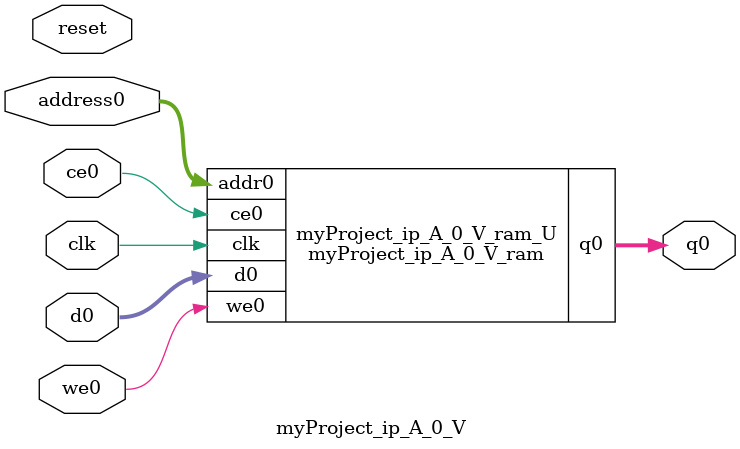
<source format=v>
`timescale 1 ns / 1 ps
module myProject_ip_A_0_V_ram (addr0, ce0, d0, we0, q0,  clk);

parameter DWIDTH = 8;
parameter AWIDTH = 6;
parameter MEM_SIZE = 64;

input[AWIDTH-1:0] addr0;
input ce0;
input[DWIDTH-1:0] d0;
input we0;
output reg[DWIDTH-1:0] q0;
input clk;

(* ram_style = "distributed" *)reg [DWIDTH-1:0] ram[0:MEM_SIZE-1];




always @(posedge clk)  
begin 
    if (ce0) begin
        if (we0) 
            ram[addr0] <= d0; 
        q0 <= ram[addr0];
    end
end


endmodule

`timescale 1 ns / 1 ps
module myProject_ip_A_0_V(
    reset,
    clk,
    address0,
    ce0,
    we0,
    d0,
    q0);

parameter DataWidth = 32'd8;
parameter AddressRange = 32'd64;
parameter AddressWidth = 32'd6;
input reset;
input clk;
input[AddressWidth - 1:0] address0;
input ce0;
input we0;
input[DataWidth - 1:0] d0;
output[DataWidth - 1:0] q0;



myProject_ip_A_0_V_ram myProject_ip_A_0_V_ram_U(
    .clk( clk ),
    .addr0( address0 ),
    .ce0( ce0 ),
    .we0( we0 ),
    .d0( d0 ),
    .q0( q0 ));

endmodule


</source>
